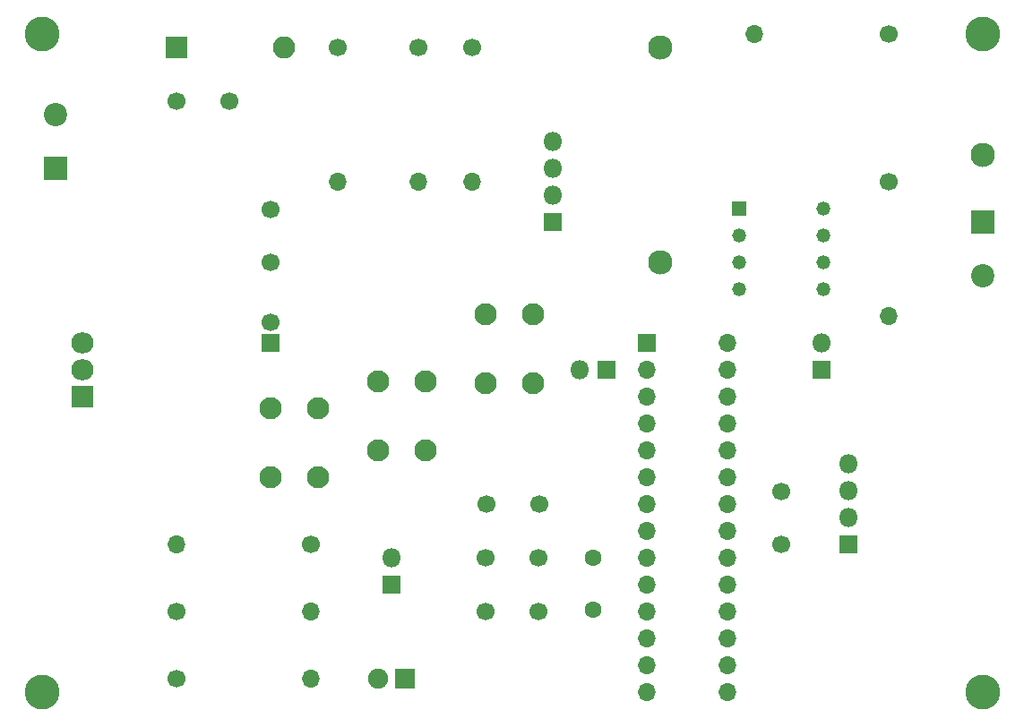
<source format=gbr>
%TF.GenerationSoftware,KiCad,Pcbnew,(5.1.6)-1*%
%TF.CreationDate,2020-10-28T22:27:10+01:00*%
%TF.ProjectId,Basic_Clock,42617369-635f-4436-9c6f-636b2e6b6963,rev?*%
%TF.SameCoordinates,Original*%
%TF.FileFunction,Soldermask,Top*%
%TF.FilePolarity,Negative*%
%FSLAX46Y46*%
G04 Gerber Fmt 4.6, Leading zero omitted, Abs format (unit mm)*
G04 Created by KiCad (PCBNEW (5.1.6)-1) date 2020-10-28 22:27:10*
%MOMM*%
%LPD*%
G01*
G04 APERTURE LIST*
%ADD10C,1.320000*%
%ADD11R,1.320000X1.320000*%
%ADD12O,1.700000X1.700000*%
%ADD13C,1.700000*%
%ADD14C,2.200000*%
%ADD15R,2.200000X2.200000*%
%ADD16C,2.300000*%
%ADD17O,1.800000X1.800000*%
%ADD18R,1.800000X1.800000*%
%ADD19C,2.100000*%
%ADD20C,1.600000*%
%ADD21O,2.100000X2.005000*%
%ADD22R,2.100000X2.005000*%
%ADD23C,1.900000*%
%ADD24R,1.900000X1.900000*%
%ADD25R,1.700000X1.700000*%
%ADD26R,2.100000X2.100000*%
%ADD27O,2.100000X2.100000*%
%ADD28C,3.300000*%
G04 APERTURE END LIST*
D10*
%TO.C,U3*%
X114460000Y-124460000D03*
X114460000Y-127000000D03*
X114460000Y-129540000D03*
X114460000Y-132080000D03*
X106520000Y-132080000D03*
X106520000Y-129540000D03*
X106520000Y-127000000D03*
D11*
X106520000Y-124460000D03*
%TD*%
D12*
%TO.C,R8*%
X120650000Y-134620000D03*
D13*
X120650000Y-121920000D03*
%TD*%
D14*
%TO.C,J3*%
X129540000Y-130810000D03*
D15*
X129540000Y-125730000D03*
%TD*%
D16*
%TO.C,H7*%
X129540000Y-119380000D03*
%TD*%
%TO.C,H6*%
X99060000Y-129540000D03*
%TD*%
%TO.C,H5*%
X99060000Y-109220000D03*
%TD*%
D17*
%TO.C,J_UART1*%
X91440000Y-139700000D03*
D18*
X93980000Y-139700000D03*
%TD*%
D17*
%TO.C,J_POWER1*%
X73660000Y-157480000D03*
D18*
X73660000Y-160020000D03*
%TD*%
D17*
%TO.C,J_I2C1*%
X114300000Y-137160000D03*
D18*
X114300000Y-139700000D03*
%TD*%
D13*
%TO.C,C5*%
X62230000Y-124540000D03*
X62230000Y-129540000D03*
%TD*%
D19*
%TO.C,SW4*%
X62230000Y-143360000D03*
X66730000Y-143360000D03*
X62230000Y-149860000D03*
X66730000Y-149860000D03*
%TD*%
D17*
%TO.C,J2*%
X88900000Y-118110000D03*
X88900000Y-120650000D03*
X88900000Y-123190000D03*
D18*
X88900000Y-125730000D03*
%TD*%
D17*
%TO.C,J1*%
X116840000Y-148590000D03*
X116840000Y-151130000D03*
X116840000Y-153670000D03*
D18*
X116840000Y-156210000D03*
%TD*%
D20*
%TO.C,Y1*%
X92710000Y-162360000D03*
X92710000Y-157480000D03*
%TD*%
D21*
%TO.C,U1*%
X44450000Y-137160000D03*
X44450000Y-139700000D03*
D22*
X44450000Y-142240000D03*
%TD*%
D19*
%TO.C,SW3*%
X72390000Y-140820000D03*
X76890000Y-140820000D03*
X72390000Y-147320000D03*
X76890000Y-147320000D03*
%TD*%
%TO.C,SW2*%
X82550000Y-134470000D03*
X87050000Y-134470000D03*
X82550000Y-140970000D03*
X87050000Y-140970000D03*
%TD*%
D23*
%TO.C,D1*%
X72390000Y-168910000D03*
D24*
X74930000Y-168910000D03*
%TD*%
D13*
%TO.C,C1*%
X87550000Y-157480000D03*
X82550000Y-157480000D03*
%TD*%
%TO.C,C2*%
X82550000Y-162560000D03*
X87550000Y-162560000D03*
%TD*%
%TO.C,C3*%
X53340000Y-114300000D03*
X58340000Y-114300000D03*
%TD*%
D25*
%TO.C,C4*%
X62230000Y-137160000D03*
D13*
X62230000Y-135160000D03*
%TD*%
%TO.C,C6*%
X110490000Y-156210000D03*
X110490000Y-151210000D03*
%TD*%
%TO.C,C7*%
X82630000Y-152400000D03*
X87630000Y-152400000D03*
%TD*%
D25*
%TO.C,U2*%
X97790000Y-137160000D03*
D12*
X105410000Y-170180000D03*
X97790000Y-139700000D03*
X105410000Y-167640000D03*
X97790000Y-142240000D03*
X105410000Y-165100000D03*
X97790000Y-144780000D03*
X105410000Y-162560000D03*
X97790000Y-147320000D03*
X105410000Y-160020000D03*
X97790000Y-149860000D03*
X105410000Y-157480000D03*
X97790000Y-152400000D03*
X105410000Y-154940000D03*
X97790000Y-154940000D03*
X105410000Y-152400000D03*
X97790000Y-157480000D03*
X105410000Y-149860000D03*
X97790000Y-160020000D03*
X105410000Y-147320000D03*
X97790000Y-162560000D03*
X105410000Y-144780000D03*
X97790000Y-165100000D03*
X105410000Y-142240000D03*
X97790000Y-167640000D03*
X105410000Y-139700000D03*
X97790000Y-170180000D03*
X105410000Y-137160000D03*
%TD*%
D26*
%TO.C,D2*%
X53340000Y-109220000D03*
D27*
X63500000Y-109220000D03*
%TD*%
D28*
%TO.C,H1*%
X40640000Y-107950000D03*
%TD*%
%TO.C,H2*%
X129540000Y-170180000D03*
%TD*%
%TO.C,H3*%
X40640000Y-170180000D03*
%TD*%
%TO.C,H4*%
X129540000Y-107950000D03*
%TD*%
D13*
%TO.C,R1*%
X66040000Y-156210000D03*
D12*
X53340000Y-156210000D03*
%TD*%
%TO.C,R2*%
X66040000Y-162560000D03*
D13*
X53340000Y-162560000D03*
%TD*%
%TO.C,R3*%
X53340000Y-168910000D03*
D12*
X66040000Y-168910000D03*
%TD*%
%TO.C,R4*%
X81280000Y-121920000D03*
D13*
X81280000Y-109220000D03*
%TD*%
%TO.C,R5*%
X76200000Y-109220000D03*
D12*
X76200000Y-121920000D03*
%TD*%
%TO.C,R6*%
X68580000Y-121920000D03*
D13*
X68580000Y-109220000D03*
%TD*%
D15*
%TO.C,J4*%
X41910000Y-120650000D03*
D14*
X41910000Y-115570000D03*
%TD*%
D13*
%TO.C,R7*%
X120650000Y-107950000D03*
D12*
X107950000Y-107950000D03*
%TD*%
M02*

</source>
